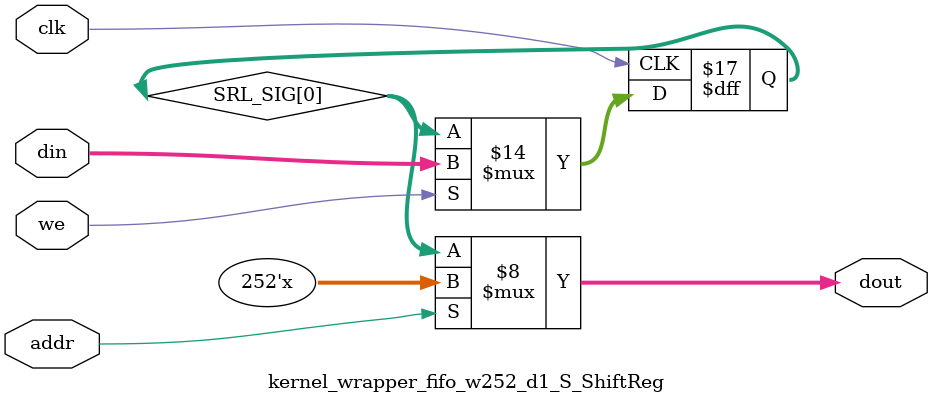
<source format=v>

`timescale 1 ns / 1 ps

module kernel_wrapper_fifo_w252_d1_S
#(parameter
    MEM_STYLE   = "shiftReg",
    DATA_WIDTH  = 252,
    ADDR_WIDTH  = 1,
    DEPTH       = 1)
(
    // system signal
    input  wire                  clk,
    input  wire                  reset,

    // write
    output wire                  if_full_n,
    input  wire                  if_write_ce,
    input  wire                  if_write,
    input  wire [DATA_WIDTH-1:0] if_din,
    
    // read 
    output wire [ADDR_WIDTH:0]   if_num_data_valid, // for FRP
    output wire [ADDR_WIDTH:0]   if_fifo_cap,       // for FRP
    output wire                  if_empty_n,
    input  wire                  if_read_ce,
    input  wire                  if_read,
    output wire [DATA_WIDTH-1:0] if_dout
);
//------------------------Parameter----------------------

//------------------------Local signal-------------------
wire [ADDR_WIDTH-1:0] addr;
wire                  push;
wire                  pop;
reg signed [ADDR_WIDTH:0]   mOutPtr;
reg                   empty_n = 1'b0;
reg                   full_n  = 1'b1;
// with almost full?  no 
//------------------------Instantiation------------------
kernel_wrapper_fifo_w252_d1_S_ShiftReg 
#(  .DATA_WIDTH (DATA_WIDTH),
    .ADDR_WIDTH (ADDR_WIDTH),
    .DEPTH      (DEPTH))
U_kernel_wrapper_fifo_w252_d1_S_ShiftReg (
    .clk        (clk),
    .we         (push),
    .addr       (addr),
    .din        (if_din),
    .dout       (if_dout)
);
//------------------------Task and function--------------

//------------------------Body---------------------------
// has num_data_valid ? 
assign if_num_data_valid = mOutPtr + 1'b1; // yes
assign if_fifo_cap = DEPTH; // yes 

// has almost full ? 
assign if_full_n  = full_n; //no 
assign if_empty_n = empty_n;

assign push = (if_write & if_write_ce) & full_n;
assign pop  = (if_read & if_read_ce) & empty_n;
assign addr = mOutPtr[ADDR_WIDTH] == 1'b0 ? mOutPtr[ADDR_WIDTH-1:0]:{ADDR_WIDTH{1'b0}};

// full_n
always @(posedge clk ) begin
    if (reset == 1'b1)
        full_n <= 1'b1;
    else if (push & ~pop) begin
        if (mOutPtr == DEPTH - 2)
            full_n <= 1'b0;
    end
    else if (~push & pop)
        full_n <= 1'b1;
end

// almost_full_n 

// empty_n
always @(posedge clk ) begin
    if (reset == 1'b1)
        empty_n <= 1'b0;
    else if (push & ~pop)
        empty_n <= 1'b1;
    else if (~push & pop) begin
        if (mOutPtr == 0)
            empty_n <= 1'b0;
    end
end

// mOutPtr
always @(posedge clk ) begin
    if (reset == 1'b1)
        mOutPtr <= {ADDR_WIDTH+1{1'b1}};
    else if (push & ~pop)
        mOutPtr <= mOutPtr + 1'b1;
    else if (~push & pop)
        mOutPtr <= mOutPtr - 1'b1;
end

endmodule  


module kernel_wrapper_fifo_w252_d1_S_ShiftReg
#(parameter
    DATA_WIDTH  = 252,
    ADDR_WIDTH  = 1,
    DEPTH       = 1)
(
    input  wire                  clk,
    input  wire                  we,
    input  wire [ADDR_WIDTH-1:0] addr,
    input  wire [DATA_WIDTH-1:0] din,
    output wire [DATA_WIDTH-1:0] dout
);

reg [DATA_WIDTH-1:0] SRL_SIG [0:DEPTH-1];
integer i;

always @ (posedge clk) begin
    if (we) begin
        for (i=0; i<DEPTH-1; i=i+1)
            SRL_SIG[i+1] <= SRL_SIG[i];
        SRL_SIG[0] <= din;
    end
end

assign dout = SRL_SIG[addr];

endmodule

</source>
